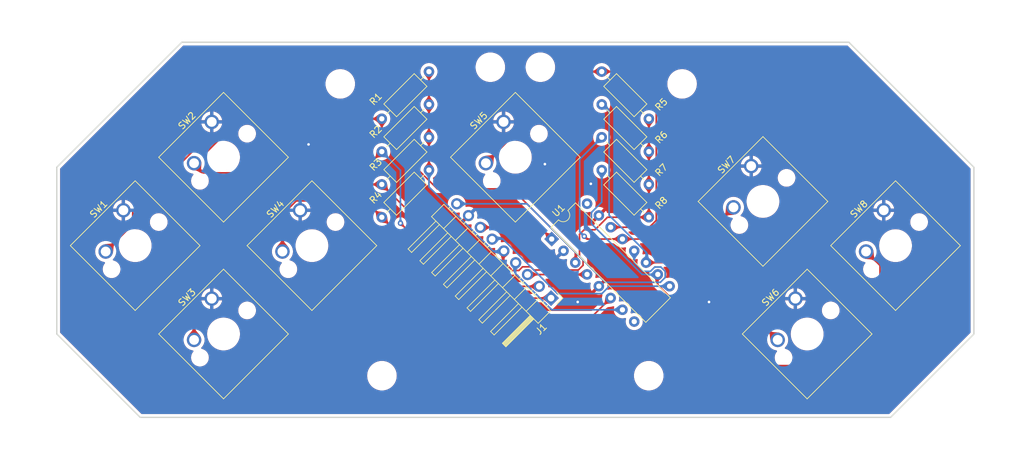
<source format=kicad_pcb>
(kicad_pcb (version 20211014) (generator pcbnew)
  (layers (0 "F.Cu" signal) (31 "B.Cu" signal) (34 "B.Paste" user) (35 "F.Paste" user) (36 "B.SilkS" user "B.Silkscreen") (37 "F.SilkS" user "F.Silkscreen") (38 "B.Mask" user) (39 "F.Mask" user) (44 "Edge.Cuts" user))
  (net 0 "")
  (net 1 "Net-(J1-Pad1)")
  (net 2 "Net-(J1-Pad2)")
  (net 3 "Net-(J1-Pad3)")
  (net 4 "Net-(J1-Pad4)")
  (net 5 "VCC")
  (net 6 "Net-(J1-Pad6)")
  (net 7 "Net-(J1-Pad7)")
  (net 8 "GND")
  (net 9 "Net-(J1-Pad9)")
  (net 10 "Net-(R1-Pad1)")
  (net 11 "Net-(R4-Pad1)")
  (net 12 "Net-(R5-Pad1)")
  (net 13 "Net-(R6-Pad1)")
  (net 14 "Net-(R7-Pad1)")
  (net 15 "Net-(R8-Pad1)")
  (footprint "Button_Switch_Keyboard:SW_Cherry_MX_1.00u_PCB" (layer "F.Cu") (at 88.793049 102.028446 45)
    (fp_text reference "SW1")
    (fp_text value "SW_LEFT")
  )
  (footprint "MountingHole:MountingHole_3.5mm" (layer "F.Cu") (at 168.8211 127.2286)
    (fp_text reference "REF**" hide)
    (fp_text value "MountingHole_3.5mm" hide)
  )
  (footprint "Resistor_THT:R_Axial_DIN0207_L6.3mm_D2.5mm_P10.16mm_Horizontal" (layer "F.Cu") (at 128.157898 98.092103 45)
    (fp_text reference "R3")
    (fp_text value "R")
  )
  (footprint "Button_Switch_Keyboard:SW_Cherry_MX_1.00u_PCB" (layer "F.Cu") (at 204.617049 102.028446 45)
    (fp_text reference "SW8")
    (fp_text value "SW_B")
  )
  (footprint "Resistor_THT:R_Axial_DIN0207_L6.3mm_D2.5mm_P10.16mm_Horizontal" (layer "F.Cu") (at 161.657898 80.907898 -45)
    (fp_text reference "R5")
    (fp_text value "R")
  )
  (footprint "Button_Switch_Keyboard:SW_Cherry_MX_1.00u_PCB" (layer "F.Cu") (at 146.705049 88.56645 45)
    (fp_text reference "SW5")
    (fp_text value "SW_START")
  )
  (footprint "Button_Switch_Keyboard:SW_Cherry_MX_1.00u_PCB" (layer "F.Cu") (at 102.255049 88.566446 45)
    (fp_text reference "SW2")
    (fp_text value "SW_UP")
  )
  (footprint "Button_Switch_Keyboard:SW_Cherry_MX_1.00u_PCB" (layer "F.Cu") (at 191.155049 115.490446 45)
    (fp_text reference "SW6")
    (fp_text value "SW_A")
  )
  (footprint "MountingHole:MountingHole_3.5mm" (layer "F.Cu") (at 128.1811 127.2286)
    (fp_text reference "REF**" hide)
    (fp_text value "MountingHole_3.5mm" hide)
  )
  (footprint "MountingHole:MountingHole_3.5mm" (layer "F.Cu") (at 152.3111 80.2386)
    (fp_text reference "REF**" hide)
    (fp_text value "MountingHole_3.5mm" hide)
  )
  (footprint "Button_Switch_Keyboard:SW_Cherry_MX_1.00u_PCB" (layer "F.Cu") (at 184.424049 95.297446 45)
    (fp_text reference "SW7")
    (fp_text value "SW_C")
  )
  (footprint "Resistor_THT:R_Axial_DIN0207_L6.3mm_D2.5mm_P10.16mm_Horizontal" (layer "F.Cu") (at 161.657898 95.907898 -45)
    (fp_text reference "R8")
    (fp_text value "R")
  )
  (footprint "MountingHole:MountingHole_3.5mm" (layer "F.Cu") (at 121.8311 82.7786)
    (fp_text reference "REF**" hide)
    (fp_text value "MountingHole_3.5mm" hide)
  )
  (footprint "Resistor_THT:R_Axial_DIN0207_L6.3mm_D2.5mm_P10.16mm_Horizontal" (layer "F.Cu") (at 128.157898 88.092103 45)
    (fp_text reference "R1")
    (fp_text value "R")
  )
  (footprint "Resistor_THT:R_Axial_DIN0207_L6.3mm_D2.5mm_P10.16mm_Horizontal" (layer "F.Cu") (at 128.157898 103.092103 45)
    (fp_text reference "R4")
    (fp_text value "R")
  )
  (footprint "Resistor_THT:R_Axial_DIN0207_L6.3mm_D2.5mm_P10.16mm_Horizontal" (layer "F.Cu") (at 161.657898 85.907898 -45)
    (fp_text reference "R6")
    (fp_text value "R")
  )
  (footprint "Resistor_THT:R_Axial_DIN0207_L6.3mm_D2.5mm_P10.16mm_Horizontal" (layer "F.Cu") (at 161.657898 90.907898 -45)
    (fp_text reference "R7")
    (fp_text value "R")
  )
  (footprint "Connector_PinHeader_2.54mm:PinHeader_1x09_P2.54mm_Horizontal" (layer "F.Cu") (at 153.938941 115.411791 -135)
    (fp_text reference "J1")
    (fp_text value "Conn_01x09")
  )
  (footprint "Package_DIP:DIP-16_W7.62mm" (layer "F.Cu") (at 154.037422 106.411434 45)
    (fp_text reference "U1")
    (fp_text value "74LS157")
  )
  (footprint "Button_Switch_Keyboard:SW_Cherry_MX_1.00u_PCB" (layer "F.Cu") (at 102.255049 115.490446 45)
    (fp_text reference "SW3")
    (fp_text value "SW_DOWN")
  )
  (footprint "MountingHole:MountingHole_3.5mm" (layer "F.Cu") (at 173.9011 82.7786)
    (fp_text reference "REF**" hide)
    (fp_text value "MountingHole_3.5mm" hide)
  )
  (footprint "MountingHole:MountingHole_3.5mm" (layer "F.Cu") (at 144.6911 80.2386)
    (fp_text reference "REF**" hide)
    (fp_text value "MountingHole_3.5mm" hide)
  )
  (footprint "Resistor_THT:R_Axial_DIN0207_L6.3mm_D2.5mm_P10.16mm_Horizontal" (layer "F.Cu") (at 128.157898 93.092103 45)
    (fp_text reference "R2")
    (fp_text value "R")
  )
  (footprint "Button_Switch_Keyboard:SW_Cherry_MX_1.00u_PCB" (layer "F.Cu") (at 115.717049 102.02845 45)
    (fp_text reference "SW4")
    (fp_text value "SW_RIGHT")
  )
  (gr_line (start 78.6511 95.4786) (end 78.6511 120.8786) (layer "Edge.Cuts") (width 0.2))
  (gr_line (start 97.7011 76.4286) (end 199.3011 76.4286) (layer "Edge.Cuts") (width 0.2))
  (gr_line (start 218.3511 95.4786) (end 218.3511 120.8786) (layer "Edge.Cuts") (width 0.2))
  (gr_line (start 218.3511 120.8786) (end 205.6511 133.5786) (layer "Edge.Cuts") (width 0.2))
  (gr_line (start 205.6511 133.5786) (end 91.3511 133.5786) (layer "Edge.Cuts") (width 0.2))
  (gr_line (start 199.3011 76.4286) (end 218.3511 95.4786) (layer "Edge.Cuts") (width 0.2))
  (gr_line (start 91.3511 133.5786) (end 78.6511 120.8786) (layer "Edge.Cuts") (width 0.2))
  (gr_line (start 97.7011 76.4286) (end 78.6511 95.4786) (layer "Edge.Cuts") (width 0.2))
  (segment (start 142.411791 115.411791) (end 131 104) (width 0.25) (layer "F.Cu") (net 1))
  (segment (start 124.9204 96.329601) (end 101.037948 96.329601) (width 0.25) (layer "F.Cu") (net 1))
  (segment (start 128.157898 93.092103) (end 124.9204 96.329601) (width 0.25) (layer "F.Cu") (net 1))
  (segment (start 153.938941 115.411791) (end 142.411791 115.411791) (width 0.25) (layer "F.Cu") (net 1))
  (segment (start 101.037948 96.329601) (end 99.560972 94.852625) (width 0.25) (layer "F.Cu") (net 1))
  (via (at 131 104) (size 0.8) (drill 0.4) (layers "F.Cu" "B.Cu") (net 1))
  (segment (start 131 95.934205) (end 128.157898 93.092103) (width 0.25) (layer "B.Cu") (net 1))
  (segment (start 131 104) (end 131 95.934205) (width 0.25) (layer "B.Cu") (net 1))
  (segment (start 128.157898 98.092103) (end 112.907897 98.092103) (width 0.25) (layer "F.Cu") (net 2))
  (segment (start 128.157898 98.092103) (end 143.681535 113.61574) (width 0.25) (layer "F.Cu") (net 2))
  (segment (start 143.681535 113.61574) (end 152.14289 113.61574) (width 0.25) (layer "F.Cu") (net 2))
  (segment (start 99.560972 111.439028) (end 99.560972 121.776625) (width 0.25) (layer "F.Cu") (net 2))
  (segment (start 112.907897 98.092103) (end 99.560972 111.439028) (width 0.25) (layer "F.Cu") (net 2))
  (segment (start 150.346839 111.819689) (end 159.405475 111.819689) (width 0.25) (layer "F.Cu") (net 3))
  (segment (start 159.405475 111.819689) (end 159.425576 111.799588) (width 0.25) (layer "F.Cu") (net 3))
  (segment (start 148.550787 111.685338) (end 148.550787 110.023637) (width 0.25) (layer "B.Cu") (net 4))
  (segment (start 154.05319 117.187741) (end 148.550787 111.685338) (width 0.25) (layer "B.Cu") (net 4))
  (segment (start 164.813729 117.187741) (end 154.05319 117.187741) (width 0.25) (layer "B.Cu") (net 4))
  (segment (start 168.842103 98.092103) (end 168.842103 103.092103) (width 0.25) (layer "F.Cu") (net 5))
  (segment (start 149.037488 111.198637) (end 148.064086 111.198637) (width 0.25) (layer "F.Cu") (net 5))
  (segment (start 168.842103 93.092103) (end 168.842103 98.092103) (width 0.25) (layer "F.Cu") (net 5))
  (segment (start 149.591436 110.644689) (end 149.037488 111.198637) (width 0.25) (layer "F.Cu") (net 5))
  (segment (start 162.539847 103.092103) (end 160.63195 105) (width 0.25) (layer "F.Cu") (net 5))
  (segment (start 158.275 109.058022) (end 158.817086 109.600108) (width 0.25) (layer "F.Cu") (net 5))
  (segment (start 148.064086 111.198637) (end 146.754736 109.889287) (width 0.25) (layer "F.Cu") (net 5))
  (segment (start 158.974695 105) (end 158.275 105.699695) (width 0.25) (layer "F.Cu") (net 5))
  (segment (start 135.342103 90.907898) (end 135.342103 95.907898) (width 0.25) (layer "F.Cu") (net 5))
  (segment (start 135.342103 80.907898) (end 135.342103 85.907898) (width 0.25) (layer "F.Cu") (net 5))
  (segment (start 146.754736 109.889287) (end 146.754736 108.227586) (width 0.25) (layer "F.Cu") (net 5))
  (segment (start 168.842103 103.092103) (end 162.539847 103.092103) (width 0.25) (layer "F.Cu") (net 5))
  (segment (start 168.842103 88.092103) (end 168.842103 93.092103) (width 0.25) (layer "F.Cu") (net 5))
  (segment (start 158.275 105.699695) (end 158.275 109.058022) (width 0.25) (layer "F.Cu") (net 5))
  (segment (start 151.317387 111.128536) (end 150.83354 110.644689) (width 0.25) (layer "F.Cu") (net 5))
  (segment (start 158.817086 109.600108) (end 158.817086 110.406965) (width 0.25) (layer "F.Cu") (net 5))
  (segment (start 158.095515 111.128536) (end 151.317387 111.128536) (width 0.25) (layer "F.Cu") (net 5))
  (segment (start 160.63195 105) (end 158.974695 105) (width 0.25) (layer "F.Cu") (net 5))
  (segment (start 158.817086 110.406965) (end 158.095515 111.128536) (width 0.25) (layer "F.Cu") (net 5))
  (segment (start 135.342103 85.907898) (end 135.342103 90.907898) (width 0.25) (layer "F.Cu") (net 5))
  (segment (start 150.83354 110.644689) (end 149.591436 110.644689) (width 0.25) (layer "F.Cu") (net 5))
  (segment (start 135.342103 98.476654) (end 145.093035 108.227586) (width 0.25) (layer "B.Cu") (net 5))
  (segment (start 145.093035 108.227586) (end 146.754736 108.227586) (width 0.25) (layer "B.Cu") (net 5))
  (segment (start 135.342103 95.907898) (end 135.342103 98.476654) (width 0.25) (layer "B.Cu") (net 5))
  (segment (start 161.687618 114.720639) (end 154.909491 114.720639) (width 0.25) (layer "B.Cu") (net 6))
  (segment (start 171.997934 113.595639) (end 162.812618 113.595639) (width 0.25) (layer "B.Cu") (net 6))
  (segment (start 146.620387 106.431535) (end 144.958685 106.431535) (width 0.25) (layer "B.Cu") (net 6))
  (segment (start 162.812618 113.595639) (end 161.687618 114.720639) (width 0.25) (layer "B.Cu") (net 6))
  (segment (start 154.909491 114.720639) (end 146.620387 106.431535) (width 0.25) (layer "B.Cu") (net 6))
  (segment (start 154.037422 106.411434) (end 152.261472 104.635484) (width 0.25) (layer "F.Cu") (net 7))
  (segment (start 152.261472 104.635484) (end 143.162634 104.635484) (width 0.25) (layer "F.Cu") (net 7))
  (via (at 158 116) (size 0.8) (drill 0.4) (layers "F.Cu" "B.Cu") (net 8))
  (via (at 160 98) (size 0.8) (drill 0.4) (layers "F.Cu" "B.Cu") (net 8))
  (via (at 178 116) (size 0.8) (drill 0.4) (layers "F.Cu" "B.Cu") (net 8))
  (via (at 117 92) (size 0.8) (drill 0.4) (layers "F.Cu" "B.Cu") (net 8))
  (via (at 153 95) (size 0.8) (drill 0.4) (layers "F.Cu" "B.Cu") (net 8))
  (segment (start 167.969993 111.333597) (end 169.076883 111.333597) (width 0.25) (layer "B.Cu") (net 9))
  (segment (start 170.667874 110.674588) (end 171.326883 111.333597) (width 0.25) (layer "B.Cu") (net 9))
  (segment (start 169.735892 110.674588) (end 170.667874 110.674588) (width 0.25) (layer "B.Cu") (net 9))
  (segment (start 150.26036 101.043381) (end 139.570531 101.043381) (width 0.25) (layer "B.Cu") (net 9))
  (segment (start 171.326883 112.265579) (end 170.592462 113) (width 0.25) (layer "B.Cu") (net 9))
  (segment (start 162.216979 113) (end 150.26036 101.043381) (width 0.25) (layer "B.Cu") (net 9))
  (segment (start 166.609781 109.973385) (end 167.969993 111.333597) (width 0.25) (layer "B.Cu") (net 9))
  (segment (start 166.609781 108.207485) (end 166.609781 109.973385) (width 0.25) (layer "B.Cu") (net 9))
  (segment (start 170.592462 113) (end 162.216979 113) (width 0.25) (layer "B.Cu") (net 9))
  (segment (start 171.326883 111.333597) (end 171.326883 112.265579) (width 0.25) (layer "B.Cu") (net 9))
  (segment (start 169.076883 111.333597) (end 169.735892 110.674588) (width 0.25) (layer "B.Cu") (net 9))
  (segment (start 157.629524 110.003536) (end 157.629524 108.412544) (width 0.25) (layer "F.Cu") (net 10))
  (segment (start 106.554838 88.092103) (end 101.676099 92.970842) (width 0.25) (layer "F.Cu") (net 10))
  (segment (start 101.676099 92.970842) (end 99.4275 92.970842) (width 0.25) (layer "F.Cu") (net 10))
  (segment (start 157.629524 108.412544) (end 147.988687 98.771707) (width 0.25) (layer "F.Cu") (net 10))
  (segment (start 136.614921 98.771707) (end 128.157898 90.314684) (width 0.25) (layer "F.Cu") (net 10))
  (segment (start 99.4275 92.970842) (end 90.218049 102.180293) (width 0.25) (layer "F.Cu") (net 10))
  (segment (start 90.218049 104.195548) (end 86.098972 108.314625) (width 0.25) (layer "F.Cu") (net 10))
  (segment (start 128.157898 90.314684) (end 128.157898 88.092103) (width 0.25) (layer "F.Cu") (net 10))
  (segment (start 147.988687 98.771707) (end 136.614921 98.771707) (width 0.25) (layer "F.Cu") (net 10))
  (segment (start 90.218049 102.180293) (end 90.218049 104.195548) (width 0.25) (layer "F.Cu") (net 10))
  (segment (start 128.157898 88.092103) (end 106.554838 88.092103) (width 0.25) (layer "F.Cu") (net 10))
  (segment (start 160.409368 118) (end 163.017678 115.39169) (width 0.25) (layer "F.Cu") (net 11))
  (segment (start 113.022972 102.707272) (end 113.022972 108.314629) (width 0.25) (layer "F.Cu") (net 11))
  (segment (start 128.157898 103.092103) (end 143.065795 118) (width 0.25) (layer "F.Cu") (net 11))
  (segment (start 115.126794 100.60345) (end 113.022972 102.707272) (width 0.25) (layer "F.Cu") (net 11))
  (segment (start 143.065795 118) (end 160.409368 118) (width 0.25) (layer "F.Cu") (net 11))
  (segment (start 125.669245 100.60345) (end 115.126794 100.60345) (width 0.25) (layer "F.Cu") (net 11))
  (segment (start 128.157898 103.092103) (end 125.669245 100.60345) (width 0.25) (layer "F.Cu") (net 11))
  (segment (start 157.955703 80.907898) (end 144.010972 94.852629) (width 0.25) (layer "F.Cu") (net 12))
  (segment (start 169.967103 86.967103) (end 163.907898 80.907898) (width 0.25) (layer "F.Cu") (net 12))
  (segment (start 169.967103 103.558094) (end 169.967103 86.967103) (width 0.25) (layer "F.Cu") (net 12))
  (segment (start 163.017678 104.615383) (end 168.909814 104.615383) (width 0.25) (layer "F.Cu") (net 12))
  (segment (start 168.909814 104.615383) (end 169.967103 103.558094) (width 0.25) (layer "F.Cu") (net 12))
  (segment (start 161.657898 80.907898) (end 157.955703 80.907898) (width 0.25) (layer "F.Cu") (net 12))
  (segment (start 163.907898 80.907898) (end 161.657898 80.907898) (width 0.25) (layer "F.Cu") (net 12))
  (segment (start 176.687883 110.003536) (end 168.405832 110.003536) (width 0.25) (layer "F.Cu") (net 13))
  (segment (start 188.460972 121.776625) (end 176.687883 110.003536) (width 0.25) (layer "F.Cu") (net 13))
  (segment (start 162.782898 87.032898) (end 162.782898 102.789612) (width 0.25) (layer "B.Cu") (net 13))
  (segment (start 161.657898 85.907898) (end 162.782898 87.032898) (width 0.25) (layer "B.Cu") (net 13))
  (segment (start 162.782898 102.789612) (end 168.405832 108.412546) (width 0.25) (layer "B.Cu") (net 13))
  (segment (start 168.405832 108.412546) (end 168.405832 110.003536) (width 0.25) (layer "B.Cu") (net 13))
  (segment (start 176.902163 106.411434) (end 181.729972 101.583625) (width 0.25) (layer "F.Cu") (net 14))
  (segment (start 159 106) (end 159.411434 106.411434) (width 0.25) (layer "F.Cu") (net 14))
  (segment (start 164.813729 106.411434) (end 176.902163 106.411434) (width 0.25) (layer "F.Cu") (net 14))
  (segment (start 159.411434 106.411434) (end 164.813729 106.411434) (width 0.25) (layer "F.Cu") (net 14))
  (via (at 159 106) (size 0.8) (drill 0.4) (layers "F.Cu" "B.Cu") (net 14))
  (segment (start 161.657898 90.907898) (end 158.300576 94.26522) (width 0.25) (layer "B.Cu") (net 14))
  (segment (start 158.300576 94.26522) (end 158.300576 105.300576) (width 0.25) (layer "B.Cu") (net 14))
  (segment (start 158.300576 105.300576) (end 159 106) (width 0.25) (layer "B.Cu") (net 14))
  (segment (start 170.201883 111.799588) (end 170.201883 113.390579) (width 0.25) (layer "F.Cu") (net 15))
  (segment (start 204.045999 110.437652) (end 201.922972 108.314625) (width 0.25) (layer "F.Cu") (net 15))
  (segment (start 170.201883 113.390579) (end 182.507007 125.695703) (width 0.25) (layer "F.Cu") (net 15))
  (segment (start 182.507007 125.695703) (end 192.304297 125.695703) (width 0.25) (layer "F.Cu") (net 15))
  (segment (start 192.304297 125.695703) (end 204.045999 113.954001) (width 0.25) (layer "F.Cu") (net 15))
  (segment (start 204.045999 113.954001) (end 204.045999 110.437652) (width 0.25) (layer "F.Cu") (net 15))
  (segment (start 160.096627 102.353341) (end 160.096627 104.096627) (width 0.25) (layer "B.Cu") (net 15))
  (segment (start 160.096627 104.096627) (end 167.799588 111.799588) (width 0.25) (layer "B.Cu") (net 15))
  (segment (start 167.799588 111.799588) (end 170.201883 111.799588) (width 0.25) (layer "B.Cu") (net 15))
  (segment (start 161.657898 95.907898) (end 161.657898 100.79207) (width 0.25) (layer "B.Cu") (net 15))
  (segment (start 161.657898 100.79207) (end 160.096627 102.353341) (width 0.25) (layer "B.Cu") (net 15))
  (zone (net 15) (net_name "Net-(R8-Pad1)") (layer "F.Cu") (priority 16962) (connect_pads yes (clearance 0)) (min_thickness 0.0254) (fill yes (thermal_gap 0.508) (thermal_bridge_width 0.508))
    (polygon (pts (xy 170.296641 113.308561) (xy 170.194076 113.176955) (xy 170.15842 113.059145) (xy 170.178337 112.951255) (xy 170.242497 112.849412) (xy 170.339565 112.749738) (xy 170.458208 112.64836) (xy 170.587095 112.541402) (xy 170.714891 112.42499) (xy 170.830265 112.295247) (xy 170.921883 112.148299) (xy 170.201883 111.399588) (xy 169.636198 112.365273) (xy 169.730488 112.477382) (xy 169.791095 112.586356) (xy 169.826824 112.69336) (xy 169.846477 112.799564) (xy 169.85886 112.906133) (xy 169.872776 113.014237) (xy 169.897031 113.125041) (xy 169.940428 113.239714) (xy 170.011771 113.359424) (xy 170.119865 113.485337)))
  )
  (zone (net 5) (net_name "VCC") (layer "F.Cu") (priority 16962) (connect_pads yes (clearance 0)) (min_thickness 0.0254) (fill yes (thermal_gap 0.508) (thermal_bridge_width 0.508))
    (polygon (pts (xy 135.467103 87.497898) (xy 135.476622 87.310636) (xy 135.503595 87.156929) (xy 135.545641 87.029453) (xy 135.600381 86.920889) (xy 135.665434 86.823913) (xy 135.73842 86.731204) (xy 135.81696 86.635441) (xy 135.898674 86.529302) (xy 135.981181 86.405465) (xy 136.062103 86.256609) (xy 135.342103 85.507898) (xy 134.622103 86.256609) (xy 134.703024 86.405465) (xy 134.785531 86.529302) (xy 134.867245 86.635441) (xy 134.945785 86.731204) (xy 135.018771 86.823913) (xy 135.083824 86.920889) (xy 135.138564 87.029453) (xy 135.18061 87.156929) (xy 135.207583 87.310636) (xy 135.217103 87.497898)))
  )
  (zone (net 1) (net_name "Net-(J1-Pad1)") (layer "F.Cu") (priority 16962) (connect_pads yes (clearance 0)) (min_thickness 0.0254) (fill yes (thermal_gap 0.508) (thermal_bridge_width 0.508))
    (polygon (pts (xy 152.248941 115.536791) (xy 152.448339 115.547093) (xy 152.611813 115.576264) (xy 152.747214 115.621705) (xy 152.862392 115.680812) (xy 152.965199 115.750986) (xy 153.063485 115.829623) (xy 153.1651 115.914124) (xy 153.277897 116.001886) (xy 153.409724 116.090309) (xy 153.568435 116.176791) (xy 154.363941 115.411791) (xy 153.568435 114.646791) (xy 153.409724 114.733272) (xy 153.277897 114.821695) (xy 153.1651 114.909457) (xy 153.063485 114.993958) (xy 152.965199 115.072595) (xy 152.862392 115.142769) (xy 152.747214 115.201876) (xy 152.611813 115.247317) (xy 152.448339 115.276488) (xy 152.248941 115.286791)))
  )
  (zone (net 14) (net_name "Net-(R7-Pad1)") (layer "F.Cu") (priority 16962) (connect_pads yes (clearance 0)) (min_thickness 0.0254) (fill yes (thermal_gap 0.508) (thermal_bridge_width 0.508))
    (polygon (pts (xy 163.223729 106.536434) (xy 163.41099 106.545953) (xy 163.564697 106.572926) (xy 163.692173 106.614972) (xy 163.800737 106.669712) (xy 163.897713 106.734765) (xy 163.990422 106.807751) (xy 164.086185 106.886291) (xy 164.192324 106.968005) (xy 164.316161 107.050512) (xy 164.465018 107.131434) (xy 165.213729 106.411434) (xy 164.465018 105.691434) (xy 164.316161 105.772355) (xy 164.192324 105.854862) (xy 164.086185 105.936576) (xy 163.990422 106.015116) (xy 163.897713 106.088102) (xy 163.800737 106.153155) (xy 163.692173 106.207895) (xy 163.564697 106.249941) (xy 163.41099 106.276914) (xy 163.223729 106.286434)))
  )
  (zone (net 3) (net_name "Net-(J1-Pad3)") (layer "F.Cu") (priority 16962) (connect_pads yes (clearance 0)) (min_thickness 0.0254) (fill yes (thermal_gap 0.508) (thermal_bridge_width 0.508))
    (polygon (pts (xy 152.036839 111.694689) (xy 151.83744 111.684386) (xy 151.673966 111.655215) (xy 151.538565 111.609774) (xy 151.423387 111.550667) (xy 151.32058 111.480493) (xy 151.222294 111.401856) (xy 151.120679 111.317355) (xy 151.007882 111.229593) (xy 150.876055 111.14117) (xy 150.717345 111.054689) (xy 149.921839 111.819689) (xy 150.717345 112.584689) (xy 150.876055 112.498207) (xy 151.007882 112.409784) (xy 151.120679 112.322022) (xy 151.222294 112.237521) (xy 151.32058 112.158884) (xy 151.423387 112.08871) (xy 151.538565 112.029603) (xy 151.673966 111.984162) (xy 151.83744 111.954991) (xy 152.036839 111.944689)))
  )
  (zone (net 12) (net_name "Net-(R5-Pad1)") (layer "F.Cu") (priority 16962) (connect_pads yes (clearance 0)) (min_thickness 0.0254) (fill yes (thermal_gap 0.508) (thermal_bridge_width 0.508))
    (polygon (pts (xy 163.247898 80.782898) (xy 163.060636 80.773378) (xy 162.906929 80.746405) (xy 162.779453 80.704359) (xy 162.670889 80.649619) (xy 162.573913 80.584566) (xy 162.481204 80.51158) (xy 162.385441 80.43304) (xy 162.279302 80.351326) (xy 162.155465 80.268819) (xy 162.006609 80.187898) (xy 161.257898 80.907898) (xy 162.006609 81.627898) (xy 162.155465 81.546976) (xy 162.279302 81.464469) (xy 162.385441 81.382755) (xy 162.481204 81.304215) (xy 162.573913 81.231229) (xy 162.670889 81.166176) (xy 162.779453 81.111436) (xy 162.906929 81.06939) (xy 163.060636 81.042417) (xy 163.247898 81.032898)))
  )
  (zone (net 5) (net_name "VCC") (layer "F.Cu") (priority 16962) (connect_pads yes (clearance 0)) (min_thickness 0.0254) (fill yes (thermal_gap 0.508) (thermal_bridge_width 0.508))
    (polygon (pts (xy 168.717103 96.502103) (xy 168.707583 96.689364) (xy 168.68061 96.843071) (xy 168.638564 96.970547) (xy 168.583824 97.079111) (xy 168.518771 97.176087) (xy 168.445785 97.268796) (xy 168.367245 97.364559) (xy 168.285531 97.470698) (xy 168.203024 97.594535) (xy 168.122103 97.743392) (xy 168.842103 98.492103) (xy 169.562103 97.743392) (xy 169.481181 97.594535) (xy 169.398674 97.470698) (xy 169.31696 97.364559) (xy 169.23842 97.268796) (xy 169.165434 97.176087) (xy 169.100381 97.079111) (xy 169.045641 96.970547) (xy 169.003595 96.843071) (xy 168.976622 96.689364) (xy 168.967103 96.502103)))
  )
  (zone (net 12) (net_name "Net-(R5-Pad1)") (layer "F.Cu") (priority 16962) (connect_pads yes (clearance 0)) (min_thickness 0.0254) (fill yes (thermal_gap 0.508) (thermal_bridge_width 0.508))
    (polygon (pts (xy 145.471147 93.215678) (xy 145.277161 93.389562) (xy 145.098618 93.511301) (xy 144.930714 93.590941) (xy 144.76865 93.638528) (xy 144.607622 93.664109) (xy 144.442829 93.67773) (xy 144.26947 93.689438) (xy 144.082744 93.70928) (xy 143.877847 93.747302) (xy 143.64998 93.813551) (xy 143.622064 95.241537) (xy 145.05005 95.213621) (xy 145.116298 94.985753) (xy 145.15432 94.780856) (xy 145.174162 94.59413) (xy 145.18587 94.420771) (xy 145.199491 94.255978) (xy 145.225072 94.09495) (xy 145.272659 93.932886) (xy 145.352299 93.764982) (xy 145.474038 93.586439) (xy 145.647923 93.392454)))
  )
  (zone (net 11) (net_name "Net-(R4-Pad1)") (layer "F.Cu") (priority 16962) (connect_pads yes (clearance 0)) (min_thickness 0.0254) (fill yes (thermal_gap 0.508) (thermal_bridge_width 0.508))
    (polygon (pts (xy 161.981767 116.604377) (xy 162.120912 116.478694) (xy 162.248672 116.38908) (xy 162.368542 116.328672) (xy 162.484015 116.290612) (xy 162.598586 116.268039) (xy 162.71575 116.254094) (xy 162.839001 116.241915) (xy 162.971833 116.224644) (xy 163.11774 116.19542) (xy 163.280218 116.147383) (xy 163.30052 115.108848) (xy 162.261985 115.12915) (xy 162.213947 115.291627) (xy 162.184723 115.437534) (xy 162.167452 115.570366) (xy 162.155273 115.693617) (xy 162.141328 115.810781) (xy 162.118755 115.925352) (xy 162.080695 116.040825) (xy 162.020287 116.160695) (xy 161.930673 116.288455) (xy 161.804991 116.427601)))
  )
  (zone (net 12) (net_name "Net-(R5-Pad1)") (layer "F.Cu") (priority 16962) (connect_pads yes (clearance 0)) (min_thickness 0.0254) (fill yes (thermal_gap 0.508) (thermal_bridge_width 0.508))
    (polygon (pts (xy 164.607678 104.490383) (xy 164.420416 104.480863) (xy 164.266709 104.45389) (xy 164.139233 104.411844) (xy 164.030669 104.357104) (xy 163.933693 104.292051) (xy 163.840984 104.219065) (xy 163.745221 104.140525) (xy 163.639082 104.058811) (xy 163.515245 103.976304) (xy 163.366389 103.895383) (xy 162.617678 104.615383) (xy 163.366389 105.335383) (xy 163.515245 105.254461) (xy 163.639082 105.171954) (xy 163.745221 105.09024) (xy 163.840984 105.0117) (xy 163.933693 104.938714) (xy 164.030669 104.873661) (xy 164.139233 104.818921) (xy 164.266709 104.776875) (xy 164.420416 104.749902) (xy 164.607678 104.740383)))
  )
  (zone (net 5) (net_name "VCC") (layer "F.Cu") (priority 16962) (connect_pads yes (clearance 0)) (min_thickness 0.0254) (fill yes (thermal_gap 0.508) (thermal_bridge_width 0.508))
    (polygon (pts (xy 135.217103 89.317898) (xy 135.207583 89.505159) (xy 135.18061 89.658866) (xy 135.138564 89.786342) (xy 135.083824 89.894906) (xy 135.018771 89.991882) (xy 134.945785 90.084591) (xy 134.867245 90.180354) (xy 134.785531 90.286493) (xy 134.703024 90.41033) (xy 134.622103 90.559187) (xy 135.342103 91.307898) (xy 136.062103 90.559187) (xy 135.981181 90.41033) (xy 135.898674 90.286493) (xy 135.81696 90.180354) (xy 135.73842 90.084591) (xy 135.665434 89.991882) (xy 135.600381 89.894906) (xy 135.545641 89.786342) (xy 135.503595 89.658866) (xy 135.476622 89.505159) (xy 135.467103 89.317898)))
  )
  (zone (net 10) (net_name "Net-(R1-Pad1)") (layer "F.Cu") (priority 16962) (connect_pads yes (clearance 0)) (min_thickness 0.0254) (fill yes (thermal_gap 0.508) (thermal_bridge_width 0.508))
    (polygon (pts (xy 157.534767 108.494562) (xy 157.637331 108.626167) (xy 157.672988 108.743978) (xy 157.65307 108.851867) (xy 157.58891 108.953711) (xy 157.491842 109.053384) (xy 157.373198 109.154762) (xy 157.244312 109.26172) (xy 157.116515 109.378133) (xy 157.001141 109.507876) (xy 156.909524 109.654825) (xy 157.629524 110.403536) (xy 158.195209 109.437851) (xy 158.100918 109.325741) (xy 158.040311 109.216767) (xy 158.004582 109.109763) (xy 157.984929 109.003559) (xy 157.972546 108.89699) (xy 157.95863 108.788886) (xy 157.934375 108.678082) (xy 157.890978 108.563409) (xy 157.819635 108.443699) (xy 157.711542 108.317787)))
  )
  (zone (net 8) (net_name "GND") (layer "F.Cu") (connect_pads (clearance 0.508)) (min_thickness 0.254) (fill yes (thermal_gap 0.508) (thermal_bridge_width 0.508))
    (polygon (pts (xy 226 141) (xy 70 141) (xy 70 70) (xy 226 70)))
  )
  (zone (net 10) (net_name "Net-(R1-Pad1)") (layer "F.Cu") (priority 16962) (connect_pads yes (clearance 0)) (min_thickness 0.0254) (fill yes (thermal_gap 0.508) (thermal_bridge_width 0.508))
    (polygon (pts (xy 126.567898 88.217103) (xy 126.755159 88.226622) (xy 126.908866 88.253595) (xy 127.036342 88.295641) (xy 127.144906 88.350381) (xy 127.241882 88.415434) (xy 127.334591 88.48842) (xy 127.430354 88.56696) (xy 127.536493 88.648674) (xy 127.66033 88.731181) (xy 127.809187 88.812103) (xy 128.557898 88.092103) (xy 127.809187 87.372103) (xy 127.66033 87.453024) (xy 127.536493 87.535531) (xy 127.430354 87.617245) (xy 127.334591 87.695785) (xy 127.241882 87.768771) (xy 127.144906 87.833824) (xy 127.036342 87.888564) (xy 126.908866 87.93061) (xy 126.755159 87.957583) (xy 126.567898 87.967103)))
  )
  (zone (net 5) (net_name "VCC") (layer "F.Cu") (priority 16962) (connect_pads yes (clearance 0)) (min_thickness 0.0254) (fill yes (thermal_gap 0.508) (thermal_bridge_width 0.508))
    (polygon (pts (xy 135.467103 82.497898) (xy 135.476622 82.310636) (xy 135.503595 82.156929) (xy 135.545641 82.029453) (xy 135.600381 81.920889) (xy 135.665434 81.823913) (xy 135.73842 81.731204) (xy 135.81696 81.635441) (xy 135.898674 81.529302) (xy 135.981181 81.405465) (xy 136.062103 81.256609) (xy 135.342103 80.507898) (xy 134.622103 81.256609) (xy 134.703024 81.405465) (xy 134.785531 81.529302) (xy 134.867245 81.635441) (xy 134.945785 81.731204) (xy 135.018771 81.823913) (xy 135.083824 81.920889) (xy 135.138564 82.029453) (xy 135.18061 82.156929) (xy 135.207583 82.310636) (xy 135.217103 82.497898)))
  )
  (zone (net 15) (net_name "Net-(R8-Pad1)") (layer "F.Cu") (priority 16962) (connect_pads yes (clearance 0)) (min_thickness 0.0254) (fill yes (thermal_gap 0.508) (thermal_bridge_width 0.508))
    (polygon (pts (xy 203.559923 109.7748) (xy 203.386038 109.580814) (xy 203.264299 109.402271) (xy 203.184659 109.234367) (xy 203.137072 109.072303) (xy 203.111491 108.911275) (xy 203.09787 108.746482) (xy 203.086162 108.573123) (xy 203.06632 108.386397) (xy 203.028298 108.1815) (xy 202.96205 107.953633) (xy 201.534064 107.925717) (xy 201.56198 109.353703) (xy 201.789847 109.419951) (xy 201.994744 109.457973) (xy 202.18147 109.477815) (xy 202.354829 109.489523) (xy 202.519622 109.503144) (xy 202.68065 109.528725) (xy 202.842714 109.576312) (xy 203.010618 109.655952) (xy 203.189161 109.777691) (xy 203.383147 109.951576)))
  )
  (zone (net 13) (net_name "Net-(R6-Pad1)") (layer "F.Cu") (priority 16962) (connect_pads yes (clearance 0)) (min_thickness 0.0254) (fill yes (thermal_gap 0.508) (thermal_bridge_width 0.508))
    (polygon (pts (xy 169.995832 109.878536) (xy 169.80857 109.869016) (xy 169.654863 109.842043) (xy 169.527387 109.799997) (xy 169.418823 109.745257) (xy 169.321847 109.680204) (xy 169.229138 109.607218) (xy 169.133375 109.528678) (xy 169.027236 109.446964) (xy 168.903399 109.364457) (xy 168.754543 109.283536) (xy 168.005832 110.003536) (xy 168.754543 110.723536) (xy 168.903399 110.642614) (xy 169.027236 110.560107) (xy 169.133375 110.478393) (xy 169.229138 110.399853) (xy 169.321847 110.326867) (xy 169.418823 110.261814) (xy 169.527387 110.207074) (xy 169.654863 110.165028) (xy 169.80857 110.138055) (xy 169.995832 110.128536)))
  )
  (zone (net 7) (net_name "Net-(J1-Pad7)") (layer "F.Cu") (priority 16962) (connect_pads yes (clearance 0)) (min_thickness 0.0254) (fill yes (thermal_gap 0.508) (thermal_bridge_width 0.508))
    (polygon (pts (xy 152.824735 105.375523) (xy 152.950417 105.514668) (xy 153.040031 105.642428) (xy 153.100439 105.762298) (xy 153.138499 105.877771) (xy 153.161072 105.992342) (xy 153.175017 106.109506) (xy 153.187196 106.232757) (xy 153.204467 106.365589) (xy 153.233691 106.511496) (xy 153.281729 106.673974) (xy 154.320264 106.694276) (xy 154.299962 105.655741) (xy 154.137484 105.607703) (xy 153.991577 105.578479) (xy 153.858745 105.561208) (xy 153.735494 105.549029) (xy 153.61833 105.535084) (xy 153.503759 105.512511) (xy 153.388286 105.474451) (xy 153.268416 105.414043) (xy 153.140656 105.324429) (xy 153.001511 105.198747)))
  )
  (zone (net 1) (net_name "Net-(J1-Pad1)") (layer "F.Cu") (priority 16962) (connect_pads yes (clearance 0)) (min_thickness 0.0254) (fill yes (thermal_gap 0.508) (thermal_bridge_width 0.508))
    (polygon (pts (xy 131.647002 104.470225) (xy 131.585346 104.403949) (xy 131.538415 104.343737) (xy 131.503583 104.287824) (xy 131.478222 104.234449) (xy 131.459706 104.181846) (xy 131.445407 104.128254) (xy 131.432699 104.07191) (xy 131.418953 104.01105) (xy 131.401545 103.943911) (xy 131.377846 103.86873) (xy 130.858579 103.858579) (xy 130.86873 104.377846) (xy 130.943911 104.401545) (xy 131.01105 104.418953) (xy 131.07191 104.432699) (xy 131.128254 104.445407) (xy 131.181846 104.459706) (xy 131.234449 104.478222) (xy 131.287824 104.503583) (xy 131.343737 104.538415) (xy 131.403949 104.585346) (xy 131.470225 104.647002)))
  )
  (zone (net 14) (net_name "Net-(R7-Pad1)") (layer "F.Cu") (priority 16962) (connect_pads yes (clearance 0)) (min_thickness 0.0254) (fill yes (thermal_gap 0.508) (thermal_bridge_width 0.508))
    (polygon (pts (xy 180.269797 103.220576) (xy 180.463782 103.046691) (xy 180.642325 102.924952) (xy 180.810229 102.845312) (xy 180.972293 102.797725) (xy 181.133321 102.772144) (xy 181.298114 102.758523) (xy 181.471473 102.746815) (xy 181.658199 102.726973) (xy 181.863096 102.688951) (xy 182.090964 102.622703) (xy 182.11888 101.194717) (xy 180.690894 101.222633) (xy 180.624645 101.4505) (xy 180.586623 101.655397) (xy 180.566781 101.842123) (xy 180.555073 102.015482) (xy 180.541452 102.180275) (xy 180.515871 102.341303) (xy 180.468284 102.503367) (xy 180.388644 102.671271) (xy 180.266905 102.849814) (xy 180.093021 103.0438)))
  )
  (zone (net 5) (net_name "VCC") (layer "F.Cu") (priority 16962) (connect_pads yes (clearance 0)) (min_thickness 0.0254) (fill yes (thermal_gap 0.508) (thermal_bridge_width 0.508))
    (polygon (pts (xy 135.217103 94.317898) (xy 135.207583 94.505159) (xy 135.18061 94.658866) (xy 135.138564 94.786342) (xy 135.083824 94.894906) (xy 135.018771 94.991882) (xy 134.945785 95.084591) (xy 134.867245 95.180354) (xy 134.785531 95.286493) (xy 134.703024 95.41033) (xy 134.622103 95.559187) (xy 135.342103 96.307898) (xy 136.062103 95.559187) (xy 135.981181 95.41033) (xy 135.898674 95.286493) (xy 135.81696 95.180354) (xy 135.73842 95.084591) (xy 135.665434 94.991882) (xy 135.600381 94.894906) (xy 135.545641 94.786342) (xy 135.503595 94.658866) (xy 135.476622 94.505159) (xy 135.467103 94.317898)))
  )
  (zone (net 5) (net_name "VCC") (layer "F.Cu") (priority 16962) (connect_pads yes (clearance 0)) (min_thickness 0.0254) (fill yes (thermal_gap 0.508) (thermal_bridge_width 0.508))
    (polygon (pts (xy 135.467103 92.497898) (xy 135.476622 92.310636) (xy 135.503595 92.156929) (xy 135.545641 92.029453) (xy 135.600381 91.920889) (xy 135.665434 91.823913) (xy 135.73842 91.731204) (xy 135.81696 91.635441) (xy 135.898674 91.529302) (xy 135.981181 91.405465) (xy 136.062103 91.256609) (xy 135.342103 90.507898) (xy 134.622103 91.256609) (xy 134.703024 91.405465) (xy 134.785531 91.529302) (xy 134.867245 91.635441) (xy 134.945785 91.731204) (xy 135.018771 91.823913) (xy 135.083824 91.920889) (xy 135.138564 92.029453) (xy 135.18061 92.156929) (xy 135.207583 92.310636) (xy 135.217103 92.497898)))
  )
  (zone (net 5) (net_name "VCC") (layer "F.Cu") (priority 16962) (connect_pads yes (clearance 0)) (min_thickness 0.0254) (fill yes (thermal_gap 0.508) (thermal_bridge_width 0.508))
    (polygon (pts (xy 135.217103 84.317898) (xy 135.207583 84.505159) (xy 135.18061 84.658866) (xy 135.138564 84.786342) (xy 135.083824 84.894906) (xy 135.018771 84.991882) (xy 134.945785 85.084591) (xy 134.867245 85.180354) (xy 134.785531 85.286493) (xy 134.703024 85.41033) (xy 134.622103 85.559187) (xy 135.342103 86.307898) (xy 136.062103 85.559187) (xy 135.981181 85.41033) (xy 135.898674 85.286493) (xy 135.81696 85.180354) (xy 135.73842 85.084591) (xy 135.665434 84.991882) (xy 135.600381 84.894906) (xy 135.545641 84.786342) (xy 135.503595 84.658866) (xy 135.476622 84.505159) (xy 135.467103 84.317898)))
  )
  (zone (net 1) (net_name "Net-(J1-Pad1)") (layer "F.Cu") (priority 16962) (connect_pads yes (clearance 0)) (min_thickness 0.0254) (fill yes (thermal_gap 0.508) (thermal_bridge_width 0.508))
    (polygon (pts (xy 127.121987 94.30479) (xy 127.261132 94.179107) (xy 127.388892 94.089493) (xy 127.508762 94.029085) (xy 127.624235 93.991025) (xy 127.738806 93.968452) (xy 127.85597 93.954507) (xy 127.979221 93.942328) (xy 128.112053 93.925057) (xy 128.25796 93.895833) (xy 128.420438 93.847796) (xy 128.44074 92.809261) (xy 127.402205 92.829563) (xy 127.354167 92.99204) (xy 127.324943 93.137947) (xy 127.307672 93.270779) (xy 127.295493 93.39403) (xy 127.281548 93.511194) (xy 127.258975 93.625765) (xy 127.220915 93.741238) (xy 127.160507 93.861108) (xy 127.070893 93.988868) (xy 126.945211 94.128014)))
  )
  (zone (net 5) (net_name "VCC") (layer "F.Cu") (priority 16962) (connect_pads yes (clearance 0)) (min_thickness 0.0254) (fill yes (thermal_gap 0.508) (thermal_bridge_width 0.508))
    (polygon (pts (xy 168.967103 89.682103) (xy 168.976622 89.494841) (xy 169.003595 89.341134) (xy 169.045641 89.213658) (xy 169.100381 89.105094) (xy 169.165434 89.008118) (xy 169.23842 88.915409) (xy 169.31696 88.819646) (xy 169.398674 88.713507) (xy 169.481181 88.58967) (xy 169.562103 88.440814) (xy 168.842103 87.692103) (xy 168.122103 88.440814) (xy 168.203024 88.58967) (xy 168.285531 88.713507) (xy 168.367245 88.819646) (xy 168.445785 88.915409) (xy 168.518771 89.008118) (xy 168.583824 89.105094) (xy 168.638564 89.213658) (xy 168.68061 89.341134) (xy 168.707583 89.494841) (xy 168.717103 89.682103)))
  )
  (zone (net 1) (net_name "Net-(J1-Pad1)") (layer "F.Cu") (priority 16962) (connect_pads yes (clearance 0)) (min_thickness 0.0254) (fill yes (thermal_gap 0.508) (thermal_bridge_width 0.508))
    (polygon (pts (xy 101.149188 96.204601) (xy 100.922323 96.176989) (xy 100.77184 96.098812) (xy 100.683423 95.977059) (xy 100.64276 95.818716) (xy 100.635536 95.630774) (xy 100.647439 95.420218) (xy 100.664156 95.194038) (xy 100.671372 94.959222) (xy 100.654774 94.722757) (xy 100.60005 94.491633) (xy 99.172064 94.463717) (xy 99.560972 95.952625) (xy 99.7625 95.96668) (xy 99.92992 96.00483) (xy 100.072462 96.061051) (xy 100.19936 96.12932) (xy 100.319844 96.203613) (xy 100.443148 96.277905) (xy 100.578502 96.346174) (xy 100.735138 96.402395) (xy 100.92229 96.440545) (xy 101.149188 96.454601)))
  )
  (zone (net 12) (net_name "Net-(R5-Pad1)") (layer "F.Cu") (priority 16962) (connect_pads yes (clearance 0)) (min_thickness 0.0254) (fill yes (thermal_gap 0.508) (thermal_bridge_width 0.508))
    (polygon (pts (xy 160.067898 81.032898) (xy 160.255159 81.042417) (xy 160.408866 81.06939) (xy 160.536342 81.111436) (xy 160.644906 81.166176) (xy 160.741882 81.231229) (xy 160.834591 81.304215) (xy 160.930354 81.382755) (xy 161.036493 81.464469) (xy 161.16033 81.546976) (xy 161.309187 81.627898) (xy 162.057898 80.907898) (xy 161.309187 80.187898) (xy 161.16033 80.268819) (xy 161.036493 80.351326) (xy 160.930354 80.43304) (xy 160.834591 80.51158) (xy 160.741882 80.584566) (xy 160.644906 80.649619) (xy 160.536342 80.704359) (xy 160.408866 80.746405) (xy 160.255159 80.773378) (xy 160.067898 80.782898)))
  )
  (zone (net 3) (net_name "Net-(J1-Pad3)") (layer "F.Cu") (priority 16962) (connect_pads yes (clearance 0)) (min_thickness 0.0254) (fill yes (thermal_gap 0.508) (thermal_bridge_width 0.508))
    (polygon (pts (xy 157.825475 111.944689) (xy 158.015644 111.954155) (xy 158.171941 111.980941) (xy 158.301801 112.022623) (xy 158.412658 112.076782) (xy 158.511946 112.140995) (xy 158.607099 112.21284) (xy 158.705553 112.289897) (xy 158.81474 112.369743) (xy 158.942097 112.449957) (xy 159.095057 112.528118) (xy 159.825449 111.789542) (xy 159.058892 111.088574) (xy 158.912094 111.173009) (xy 158.789862 111.258219) (xy 158.684939 111.341929) (xy 158.590067 111.421862) (xy 158.497988 111.495742) (xy 158.401445 111.561293) (xy 158.29318 111.61624) (xy 158.165935 111.658305) (xy 158.012452 111.685213) (xy 157.825475 111.694689)))
  )
  (zone (net 11) (net_name "Net-(R4-Pad1)") (layer "F.Cu") (priority 16962) (connect_pads yes (clearance 0)) (min_thickness 0.0254) (fill yes (thermal_gap 0.508) (thermal_bridge_width 0.508))
    (polygon (pts (xy 112.897972 106.124629) (xy 112.883758 106.384752) (xy 112.843591 106.597084) (xy 112.781179 106.772124) (xy 112.700231 106.92037) (xy 112.604456 107.052322) (xy 112.497561 107.17848) (xy 112.383257 107.309342) (xy 112.265251 107.455409) (xy 112.147253 107.627178) (xy 112.032972 107.835151) (xy 113.022972 108.864629) (xy 114.012972 107.835151) (xy 113.89869 107.627178) (xy 113.780692 107.455409) (xy 113.662686 107.309342) (xy 113.548382 107.17848) (xy 113.441487 107.052322) (xy 113.345712 106.92037) (xy 113.264764 106.772124) (xy 113.202352 106.597084) (xy 113.162185 106.384752) (xy 113.147972 106.124629)))
  )
  (zone (net 11) (net_name "Net-(R4-Pad1)") (layer "F.Cu") (priority 16962) (connect_pads yes (clearance 0)) (min_thickness 0.0254) (fill yes (thermal_gap 0.508) (thermal_bridge_width 0.508))
    (polygon (pts (xy 126.945211 102.056192) (xy 127.070893 102.195337) (xy 127.160507 102.323097) (xy 127.220915 102.442967) (xy 127.258975 102.55844) (xy 127.281548 102.673011) (xy 127.295493 102.790175) (xy 127.307672 102.913426) (xy 127.324943 103.046258) (xy 127.354167 103.192165) (xy 127.402205 103.354643) (xy 128.44074 103.374945) (xy 128.420438 102.33641) (xy 128.25796 102.288372) (xy 128.112053 102.259148) (xy 127.979221 102.241877) (xy 127.85597 102.229698) (xy 127.738806 102.215753) (xy 127.624235 102.19318) (xy 127.508762 102.15512) (xy 127.388892 102.094712) (xy 127.261132 102.005098) (xy 127.121987 101.879416)))
  )
  (zone (net 11) (net_name "Net-(R4-Pad1)") (layer "F.Cu") (priority 16962) (connect_pads yes (clearance 0)) (min_thickness 0.0254) (fill yes (thermal_gap 0.508) (thermal_bridge_width 0.508))
    (polygon (pts (xy 129.370585 104.128014) (xy 129.244902 103.988868) (xy 129.155288 103.861108) (xy 129.09488 103.741238) (xy 129.05682 103.625765) (xy 129.034247 103.511194) (xy 129.020302 103.39403) (xy 129.008123 103.270779) (xy 128.990852 103.137947) (xy 128.961628 102.99204) (xy 128.913591 102.829563) (xy 127.875056 102.809261) (xy 127.895358 103.847796) (xy 128.057835 103.895833) (xy 128.203742 103.925057) (xy 128.336574 103.942328) (xy 128.459825 103.954507) (xy 128.576989 103.968452) (xy 128.69156 103.991025) (xy 128.807033 104.029085) (xy 128.926903 104.089493) (xy 129.054663 104.179107) (xy 129.193809 104.30479)))
  )
  (zone (net 14) (net_name "Net-(R7-Pad1)") (layer "F.Cu") (priority 16962) (connect_pads yes (clearance 0)) (min_thickness 0.0254) (fill yes (thermal_gap 0.508) (thermal_bridge_width 0.508))
    (polygon (pts (xy 166.403729 106.286434) (xy 166.216467 106.276914) (xy 166.06276 106.249941) (xy 165.935284 106.207895) (xy 165.82672 106.153155) (xy 165.729744 106.088102) (xy 165.637035 106.015116) (xy 165.541272 105.936576) (xy 165.435133 105.854862) (xy 165.311296 105.772355) (xy 165.16244 105.691434) (xy 164.413729 106.411434) (xy 165.16244 107.131434) (xy 165.311296 107.050512) (xy 165.435133 106.968005) (xy 165.541272 106.886291) (xy 165.637035 106.807751) (xy 165.729744 106.734765) (xy 165.82672 106.669712) (xy 165.935284 106.614972) (xy 166.06276 106.572926) (xy 166.216467 106.545953) (xy 166.403729 106.536434)))
  )
  (zone (net 13) (net_name "Net-(R6-Pad1)") (layer "F.Cu") (priority 16962) (connect_pads yes (clearance 0)) (min_thickness 0.0254) (fill yes (thermal_gap 0.508) (thermal_bridge_width 0.508))
    (polygon (pts (xy 186.824021 120.31645) (xy 186.997905 120.510435) (xy 187.119644 120.688978) (xy 187.199284 120.856882) (xy 187.246871 121.018946) (xy 187.272452 121.179974) (xy 187.286073 121.344767) (xy 187.297781 121.518126) (xy 187.317623 121.704852) (xy 187.355645 121.909749) (xy 187.421894 122.137617) (xy 188.84988 122.165533) (xy 188.821964 120.737547) (xy 188.594096 120.671298) (xy 188.389199 120.633276) (xy 188.202473 120.613434) (xy 188.029114 120.601726) (xy 187.864321 120.588105) (xy 187.703293 120.562524) (xy 187.541229 120.514937) (xy 187.373325 120.435297) (xy 187.194782 120.313558) (xy 187.000797 120.139674)))
  )
  (zone (net 5) (net_name "VCC") (layer "F.Cu") (priority 16962) (connect_pads yes (clearance 0)) (min_thickness 0.0254) (fill yes (thermal_gap 0.508) (thermal_bridge_width 0.508))
    (polygon (pts (xy 146.870205 109.827981) (xy 146.761672 109.688967) (xy 146.723236 109.564282) (xy 146.743068 109.449889) (xy 146.809338 109.341748) (xy 146.910218 109.235823) (xy 147.033877 109.128074) (xy 147.168488 109.014465) (xy 147.302221 108.890956) (xy 147.423246 108.753511) (xy 147.519736 108.598092) (xy 146.754736 107.802586) (xy 146.153696 108.828626) (xy 146.254598 108.947347) (xy 146.320995 109.062111) (xy 146.361917 109.174309) (xy 146.386392 109.285333) (xy 146.403447 109.396575) (xy 146.422112 109.509426) (xy 146.451414 109.625278) (xy 146.500382 109.745523) (xy 146.578044 109.871551) (xy 146.69343 110.004756)))
  )
  (zone (net 2) (net_name "Net-(J1-Pad2)") (layer "F.Cu") (priority 16962) (connect_pads yes (clearance 0)) (min_thickness 0.0254) (fill yes (thermal_gap 0.508) (thermal_bridge_width 0.508))
    (polygon (pts (xy 126.567898 98.217103) (xy 126.755159 98.226622) (xy 126.908866 98.253595) (xy 127.036342 98.295641) (xy 127.144906 98.350381) (xy 127.241882 98.415434) (xy 127.334591 98.48842) (xy 127.430354 98.56696) (xy 127.536493 98.648674) (xy 127.66033 98.731181) (xy 127.809187 98.812103) (xy 128.557898 98.092103) (xy 127.809187 97.372103) (xy 127.66033 97.453024) (xy 127.536493 97.535531) (xy 127.430354 97.617245) (xy 127.334591 97.695785) (xy 127.241882 97.768771) (xy 127.144906 97.833824) (xy 127.036342 97.888564) (xy 126.908866 97.93061) (xy 126.755159 97.957583) (xy 126.567898 97.967103)))
  )
  (zone (net 5) (net_name "VCC") (layer "F.Cu") (priority 16962) (connect_pads yes (clearance 0)) (min_thickness 0.0254) (fill yes (thermal_gap 0.508) (thermal_bridge_width 0.508))
    (polygon (pts (xy 168.717103 91.502103) (xy 168.707583 91.689364) (xy 168.68061 91.843071) (xy 168.638564 91.970547) (xy 168.583824 92.079111) (xy 168.518771 92.176087) (xy 168.445785 92.268796) (xy 168.367245 92.364559) (xy 168.285531 92.470698) (xy 168.203024 92.594535) (xy 168.122103 92.743392) (xy 168.842103 93.492103) (xy 169.562103 92.743392) (xy 169.481181 92.594535) (xy 169.398674 92.470698) (xy 169.31696 92.364559) (xy 169.23842 92.268796) (xy 169.165434 92.176087) (xy 169.100381 92.079111) (xy 169.045641 91.970547) (xy 169.003595 91.843071) (xy 168.976622 91.689364) (xy 168.967103 91.502103)))
  )
  (zone (net 2) (net_name "Net-(J1-Pad2)") (layer "F.Cu") (priority 16962) (connect_pads yes (clearance 0)) (min_thickness 0.0254) (fill yes (thermal_gap 0.508) (thermal_bridge_width 0.508))
    (polygon (pts (xy 99.435972 119.586625) (xy 99.421758 119.846748) (xy 99.381591 120.05908) (xy 99.319179 120.23412) (xy 99.238231 120.382366) (xy 99.142456 120.514318) (xy 99.035561 120.640476) (xy 98.921257 120.771338) (xy 98.803251 120.917405) (xy 98.685253 121.089174) (xy 98.570972 121.297147) (xy 99.560972 122.326625) (xy 100.550972 121.297147) (xy 100.43669 121.089174) (xy 100.318692 120.917405) (xy 100.200686 120.771338) (xy 100.086382 120.640476) (xy 99.979487 120.514318) (xy 99.883712 120.382366) (xy 99.802764 120.23412) (xy 99.740352 120.05908) (xy 99.700185 119.846748) (xy 99.685972 119.586625)))
  )
  (zone (net 2) (net_name "Net-(J1-Pad2)") (layer "F.Cu") (priority 16962) (connect_pads yes (clearance 0)) (min_thickness 0.0254) (fill yes (thermal_gap 0.508) (thermal_bridge_width 0.508))
    (polygon (pts (xy 150.45289 113.74074) (xy 150.652288 113.751042) (xy 150.815762 113.780213) (xy 150.951163 113.825654) (xy 151.066341 113.884761) (xy 151.169148 113.954935) (xy 151.267434 114.033572) (xy 151.369049 114.118073) (xy 151.481846 114.205835) (xy 151.613673 114.294258) (xy 151.772384 114.38074) (xy 152.56789 113.61574) (xy 151.772384 112.85074) (xy 151.613673 112.937221) (xy 151.481846 113.025644) (xy 151.369049 113.113406) (xy 151.267434 113.197907) (xy 151.169148 113.276544) (xy 151.066341 113.346718) (xy 150.951163 113.405825) (xy 150.815762 113.451266) (xy 150.652288 113.480437) (xy 150.45289 113.49074)))
  )
  (zone (net 10) (net_name "Net-(R1-Pad1)") (layer "F.Cu") (priority 16962) (connect_pads yes (clearance 0)) (min_thickness 0.0254) (fill yes (thermal_gap 0.508) (thermal_bridge_width 0.508))
    (polygon (pts (xy 87.559147 106.677674) (xy 87.365161 106.851558) (xy 87.186618 106.973297) (xy 87.018714 107.052937) (xy 86.85665 107.100524) (xy 86.695622 107.126105) (xy 86.530829 107.139726) (xy 86.35747 107.151434) (xy 86.170744 107.171276) (xy 85.965847 107.209298) (xy 85.73798 107.275547) (xy 85.710064 108.703533) (xy 87.13805 108.675617) (xy 87.204298 108.447749) (xy 87.24232 108.242852) (xy 87.262162 108.056126) (xy 87.27387 107.882767) (xy 87.287491 107.717974) (xy 87.313072 107.556946) (xy 87.360659 107.394882) (xy 87.440299 107.226978) (xy 87.562038 107.048435) (xy 87.735923 106.85445)))
  )
  (zone (net 7) (net_name "Net-(J1-Pad7)") (layer "F.Cu") (priority 16962) (connect_pads yes (clearance 0)) (min_thickness 0.0254) (fill yes (thermal_gap 0.508) (thermal_bridge_width 0.508))
    (polygon (pts (xy 144.852634 104.510484) (xy 144.653235 104.500181) (xy 144.489761 104.47101) (xy 144.35436 104.425569) (xy 144.239182 104.366462) (xy 144.136375 104.296288) (xy 144.038089 104.217651) (xy 143.936474 104.13315) (xy 143.823677 104.045388) (xy 143.69185 103.956965) (xy 143.53314 103.870484) (xy 142.737634 104.635484) (xy 143.53314 105.400484) (xy 143.69185 105.314002) (xy 143.823677 105.225579) (xy 143.936474 105.137817) (xy 144.038089 105.053316) (xy 144.136375 104.974679) (xy 144.239182 104.904505) (xy 144.35436 104.845398) (xy 144.489761 104.799957) (xy 144.653235 104.770786) (xy 144.852634 104.760484)))
  )
  (zone (net 5) (net_name "VCC") (layer "F.Cu") (priority 16962) (connect_pads yes (clearance 0)) (min_thickness 0.0254) (fill yes (thermal_gap 0.508) (thermal_bridge_width 0.508))
    (polygon (pts (xy 167.252103 103.217103) (xy 167.439364 103.226622) (xy 167.593071 103.253595) (xy 167.720547 103.295641) (xy 167.829111 103.350381) (xy 167.926087 103.415434) (xy 168.018796 103.48842) (xy 168.114559 103.56696) (xy 168.220698 103.648674) (xy 168.344535 103.731181) (xy 168.493392 103.812103) (xy 169.242103 103.092103) (xy 168.493392 102.372103) (xy 168.344535 102.453024) (xy 168.220698 102.535531) (xy 168.114559 102.617245) (xy 168.018796 102.695785) (xy 167.926087 102.768771) (xy 167.829111 102.833824) (xy 167.720547 102.888564) (xy 167.593071 102.93061) (xy 167.439364 102.957583) (xy 167.252103 102.967103)))
  )
  (zone (net 10) (net_name "Net-(R1-Pad1)") (layer "F.Cu") (priority 16962) (connect_pads yes (clearance 0)) (min_thickness 0.0254) (fill yes (thermal_gap 0.508) (thermal_bridge_width 0.508))
    (polygon (pts (xy 128.282898 89.682103) (xy 128.292417 89.494841) (xy 128.31939 89.341134) (xy 128.361436 89.213658) (xy 128.416176 89.105094) (xy 128.481229 89.008118) (xy 128.554215 88.915409) (xy 128.632755 88.819646) (xy 128.714469 88.713507) (xy 128.796976 88.58967) (xy 128.877898 88.440814) (xy 128.157898 87.692103) (xy 127.437898 88.440814) (xy 127.518819 88.58967) (xy 127.601326 88.713507) (xy 127.68304 88.819646) (xy 127.76158 88.915409) (xy 127.834566 89.008118) (xy 127.899619 89.105094) (xy 127.954359 89.213658) (xy 127.996405 89.341134) (xy 128.023378 89.494841) (xy 128.032898 89.682103)))
  )
  (zone (net 5) (net_name "VCC") (layer "F.Cu") (priority 16962) (connect_pads yes (clearance 0)) (min_thickness 0.0254) (fill yes (thermal_gap 0.508) (thermal_bridge_width 0.508))
    (polygon (pts (xy 168.717103 101.502103) (xy 168.707583 101.689364) (xy 168.68061 101.843071) (xy 168.638564 101.970547) (xy 168.583824 102.079111) (xy 168.518771 102.176087) (xy 168.445785 102.268796) (xy 168.367245 102.364559) (xy 168.285531 102.470698) (xy 168.203024 102.594535) (xy 168.122103 102.743392) (xy 168.842103 103.492103) (xy 169.562103 102.743392) (xy 169.481181 102.594535) (xy 169.398674 102.470698) (xy 169.31696 102.364559) (xy 169.23842 102.268796) (xy 169.165434 102.176087) (xy 169.100381 102.079111) (xy 169.045641 101.970547) (xy 169.003595 101.843071) (xy 168.976622 101.689364) (xy 168.967103 101.502103)))
  )
  (zone (net 5) (net_name "VCC") (layer "F.Cu") (priority 16962) (connect_pads yes (clearance 0)) (min_thickness 0.0254) (fill yes (thermal_gap 0.508) (thermal_bridge_width 0.508))
    (polygon (pts (xy 168.967103 94.682103) (xy 168.976622 94.494841) (xy 169.003595 94.341134) (xy 169.045641 94.213658) (xy 169.100381 94.105094) (xy 169.165434 94.008118) (xy 169.23842 93.915409) (xy 169.31696 93.819646) (xy 169.398674 93.713507) (xy 169.481181 93.58967) (xy 169.562103 93.440814) (xy 168.842103 92.692103) (xy 168.122103 93.440814) (xy 168.203024 93.58967) (xy 168.285531 93.713507) (xy 168.367245 93.819646) (xy 168.445785 93.915409) (xy 168.518771 94.008118) (xy 168.583824 94.105094) (xy 168.638564 94.213658) (xy 168.68061 94.341134) (xy 168.707583 94.494841) (xy 168.717103 94.682103)))
  )
  (zone (net 5) (net_name "VCC") (layer "F.Cu") (priority 16962) (connect_pads yes (clearance 0)) (min_thickness 0.0254) (fill yes (thermal_gap 0.508) (thermal_bridge_width 0.508))
    (polygon (pts (xy 168.967103 99.682103) (xy 168.976622 99.494841) (xy 169.003595 99.341134) (xy 169.045641 99.213658) (xy 169.100381 99.105094) (xy 169.165434 99.008118) (xy 169.23842 98.915409) (xy 169.31696 98.819646) (xy 169.398674 98.713507) (xy 169.481181 98.58967) (xy 169.562103 98.440814) (xy 168.842103 97.692103) (xy 168.122103 98.440814) (xy 168.203024 98.58967) (xy 168.285531 98.713507) (xy 168.367245 98.819646) (xy 168.445785 98.915409) (xy 168.518771 99.008118) (xy 168.583824 99.105094) (xy 168.638564 99.213658) (xy 168.68061 99.341134) (xy 168.707583 99.494841) (xy 168.717103 99.682103)))
  )
  (zone (net 14) (net_name "Net-(R7-Pad1)") (layer "F.Cu") (priority 16962) (connect_pads yes (clearance 0)) (min_thickness 0.0254) (fill yes (thermal_gap 0.508) (thermal_bridge_width 0.508))
    (polygon (pts (xy 159.629578 106.286434) (xy 159.565121 106.280052) (xy 159.516325 106.261889) (xy 159.480592 106.233412) (xy 159.455321 106.196091) (xy 159.437913 106.151396) (xy 159.425769 106.100795) (xy 159.41629 106.045759) (xy 159.406876 105.987756) (xy 159.394928 105.928257) (xy 159.377846 105.86873) (xy 158.858579 105.858579) (xy 159 106.4) (xy 159.075816 106.40382) (xy 159.140249 106.414189) (xy 159.196495 106.429469) (xy 159.247753 106.448024) (xy 159.29722 106.468217) (xy 159.348091 106.488409) (xy 159.403566 106.506964) (xy 159.46684 106.522244) (xy 159.541112 106.532613) (xy 159.629578 106.536434)))
  )
  (zone (net 2) (net_name "Net-(J1-Pad2)") (layer "F.Cu") (priority 16962) (connect_pads yes (clearance 0)) (min_thickness 0.0254) (fill yes (thermal_gap 0.508) (thermal_bridge_width 0.508))
    (polygon (pts (xy 129.370585 99.128014) (xy 129.244902 98.988868) (xy 129.155288 98.861108) (xy 129.09488 98.741238) (xy 129.05682 98.625765) (xy 129.034247 98.511194) (xy 129.020302 98.39403) (xy 129.008123 98.270779) (xy 128.990852 98.137947) (xy 128.961628 97.99204) (xy 128.913591 97.829563) (xy 127.875056 97.809261) (xy 127.895358 98.847796) (xy 128.057835 98.895833) (xy 128.203742 98.925057) (xy 128.336574 98.942328) (xy 128.459825 98.954507) (xy 128.576989 98.968452) (xy 128.69156 98.991025) (xy 128.807033 99.029085) (xy 128.926903 99.089493) (xy 129.054663 99.179107) (xy 129.193809 99.30479)))
  )
  (zone (net 9) (net_name "Net-(J1-Pad9)") (layer "B.Cu") (priority 16962) (connect_pads yes (clearance 0)) (min_thickness 0.0254) (fill yes (thermal_gap 0.508) (thermal_bridge_width 0.508))
    (polygon (pts (xy 166.734781 109.797485) (xy 166.7443 109.610223) (xy 166.771273 109.456516) (xy 166.813319 109.32904) (xy 166.868059 109.220476) (xy 166.933112 109.1235) (xy 167.006098 109.030791) (xy 167.084638 108.935028) (xy 167.166352 108.828889) (xy 167.248859 108.705052) (xy 167.329781 108.556196) (xy 166.609781 107.807485) (xy 165.889781 108.556196) (xy 165.970702 108.705052) (xy 166.053209 108.828889) (xy 166.134923 108.935028) (xy 166.213463 109.030791) (xy 166.286449 109.1235) (xy 166.351502 109.220476) (xy 166.406242 109.32904) (xy 166.448288 109.456516) (xy 166.475261 109.610223) (xy 166.484781 109.797485)))
  )
  (zone (net 13) (net_name "Net-(R6-Pad1)") (layer "B.Cu") (priority 16962) (connect_pads yes (clearance 0)) (min_thickness 0.0254) (fill yes (thermal_gap 0.508) (thermal_bridge_width 0.508))
    (polygon (pts (xy 162.907898 87.041907) (xy 162.895298 86.876439) (xy 162.861098 86.741344) (xy 162.810697 86.629572) (xy 162.749498 86.534071) (xy 162.682898 86.44779) (xy 162.616298 86.363678) (xy 162.555098 86.274684) (xy 162.504698 86.173756) (xy 162.470498 86.053845) (xy 162.457898 85.907898) (xy 161.375056 85.625056) (xy 161.395358 86.663591) (xy 161.564049 86.702715) (xy 161.737372 86.712875) (xy 161.910054 86.704826) (xy 162.076821 86.68932) (xy 162.232399 86.677112) (xy 162.371516 86.678954) (xy 162.488898 86.705601) (xy 162.579271 86.767806) (xy 162.637362 86.876324) (xy 162.657898 87.041907)))
  )
  (zone (net 13) (net_name "Net-(R6-Pad1)") (layer "B.Cu") (priority 16962) (connect_pads yes (clearance 0)) (min_thickness 0.0254) (fill yes (thermal_gap 0.508) (thermal_bridge_width 0.508))
    (polygon (pts (xy 168.311073 108.494563) (xy 168.413637 108.626168) (xy 168.449293 108.743978) (xy 168.429376 108.851868) (xy 168.365217 108.953711) (xy 168.268149 109.053385) (xy 168.149505 109.154763) (xy 168.020619 109.261721) (xy 167.892823 109.378133) (xy 167.777449 109.507876) (xy 167.685832 109.654825) (xy 168.405832 110.403536) (xy 168.971517 109.437851) (xy 168.877226 109.325741) (xy 168.816618 109.216767) (xy 168.78089 109.109763) (xy 168.761237 109.003559) (xy 168.748854 108.89699) (xy 168.734937 108.788886) (xy 168.710682 108.678082) (xy 168.667286 108.563409) (xy 168.595942 108.443699) (xy 168.487849 108.317787)))
  )
  (zone (net 14) (net_name "Net-(R7-Pad1)") (layer "B.Cu") (priority 16962) (connect_pads yes (clearance 0)) (min_thickness 0.0254) (fill yes (thermal_gap 0.508) (thermal_bridge_width 0.508))
    (polygon (pts (xy 158.352998 105.529775) (xy 158.414653 105.59605) (xy 158.461584 105.656262) (xy 158.496416 105.712175) (xy 158.521777 105.76555) (xy 158.540293 105.818153) (xy 158.554592 105.871745) (xy 158.5673 105.928089) (xy 158.581046 105.988949) (xy 158.598454 106.056088) (xy 158.622154 106.13127) (xy 159.141421 106.141421) (xy 159.13127 105.622154) (xy 159.056088 105.598454) (xy 158.988949 105.581046) (xy 158.928089 105.5673) (xy 158.871745 105.554592) (xy 158.818153 105.540293) (xy 158.76555 105.521777) (xy 158.712175 105.496416) (xy 158.656262 105.461584) (xy 158.59605 105.414653) (xy 158.529775 105.352998)))
  )
  (zone (net 4) (net_name "Net-(J1-Pad4)") (layer "B.Cu") (priority 16962) (connect_pads yes (clearance 0)) (min_thickness 0.0254) (fill yes (thermal_gap 0.508) (thermal_bridge_width 0.508))
    (polygon (pts (xy 148.666256 111.624032) (xy 148.557723 111.485018) (xy 148.519287 111.360333) (xy 148.539119 111.24594) (xy 148.605389 111.137799) (xy 148.706269 111.031874) (xy 148.829928 110.924125) (xy 148.964539 110.810516) (xy 149.098272 110.687007) (xy 149.219297 110.549562) (xy 149.315787 110.394143) (xy 148.550787 109.598637) (xy 147.949747 110.624677) (xy 148.050649 110.743398) (xy 148.117046 110.858162) (xy 148.157968 110.97036) (xy 148.182443 111.081384) (xy 148.199498 111.192626) (xy 148.218163 111.305477) (xy 148.247465 111.421329) (xy 148.296433 111.541574) (xy 148.374095 111.667602) (xy 148.489481 111.800807)))
  )
  (zone (net 6) (net_name "Net-(J1-Pad6)") (layer "B.Cu") (priority 16962) (connect_pads yes (clearance 0)) (min_thickness 0.0254) (fill yes (thermal_gap 0.508) (thermal_bridge_width 0.508))
    (polygon (pts (xy 146.735856 106.370228) (xy 146.602651 106.254842) (xy 146.476623 106.17718) (xy 146.356378 106.128212) (xy 146.240526 106.09891) (xy 146.127675 106.080246) (xy 146.016433 106.063191) (xy 145.905408 106.038716) (xy 145.79321 105.997794) (xy 145.678446 105.931397) (xy 145.559725 105.830495) (xy 144.533685 106.431535) (xy 145.329191 107.196535) (xy 145.48461 107.100045) (xy 145.622055 106.97902) (xy 145.745564 106.845287) (xy 145.859173 106.710676) (xy 145.966922 106.587017) (xy 146.072847 106.486137) (xy 146.180988 106.419867) (xy 146.295381 106.400035) (xy 146.420066 106.438471) (xy 146.55908 106.547004)))
  )
  (zone (net 14) (net_name "Net-(R7-Pad1)") (layer "B.Cu") (priority 16962) (connect_pads yes (clearance 0)) (min_thickness 0.0254) (fill yes (thermal_gap 0.508) (thermal_bridge_width 0.508))
    (polygon (pts (xy 160.621987 92.120585) (xy 160.761132 91.994902) (xy 160.888892 91.905288) (xy 161.008762 91.84488) (xy 161.124235 91.80682) (xy 161.238806 91.784247) (xy 161.35597 91.770302) (xy 161.479221 91.758123) (xy 161.612053 91.740852) (xy 161.75796 91.711628) (xy 161.920438 91.663591) (xy 161.94074 90.625056) (xy 160.902205 90.645358) (xy 160.854167 90.807835) (xy 160.824943 90.953742) (xy 160.807672 91.086574) (xy 160.795493 91.209825) (xy 160.781548 91.326989) (xy 160.758975 91.44156) (xy 160.720915 91.557033) (xy 160.660507 91.676903) (xy 160.570893 91.804663) (xy 160.445211 91.943809)))
  )
  (zone (net 4) (net_name "Net-(J1-Pad4)") (layer "B.Cu") (priority 16962) (connect_pads yes (clearance 0)) (min_thickness 0.0254) (fill yes (thermal_gap 0.508) (thermal_bridge_width 0.508))
    (polygon (pts (xy 163.223729 117.312741) (xy 163.41099 117.32226) (xy 163.564697 117.349233) (xy 163.692173 117.391279) (xy 163.800737 117.446019) (xy 163.897713 117.511072) (xy 163.990422 117.584058) (xy 164.086185 117.662598) (xy 164.192324 117.744312) (xy 164.316161 117.826819) (xy 164.465018 117.907741) (xy 165.213729 117.187741) (xy 164.465018 116.467741) (xy 164.316161 116.548662) (xy 164.192324 116.631169) (xy 164.086185 116.712883) (xy 163.990422 116.791423) (xy 163.897713 116.864409) (xy 163.800737 116.929462) (xy 163.692173 116.984202) (xy 163.564697 117.026248) (xy 163.41099 117.053221) (xy 163.223729 117.062741)))
  )
  (zone (net 5) (net_name "VCC") (layer "B.Cu") (priority 16962) (connect_pads yes (clearance 0)) (min_thickness 0.0254) (fill yes (thermal_gap 0.508) (thermal_bridge_width 0.508))
    (polygon (pts (xy 135.467103 97.497898) (xy 135.476622 97.310636) (xy 135.503595 97.156929) (xy 135.545641 97.029453) (xy 135.600381 96.920889) (xy 135.665434 96.823913) (xy 135.73842 96.731204) (xy 135.81696 96.635441) (xy 135.898674 96.529302) (xy 135.981181 96.405465) (xy 136.062103 96.256609) (xy 135.342103 95.507898) (xy 134.622103 96.256609) (xy 134.703024 96.405465) (xy 134.785531 96.529302) (xy 134.867245 96.635441) (xy 134.945785 96.731204) (xy 135.018771 96.823913) (xy 135.083824 96.920889) (xy 135.138564 97.029453) (xy 135.18061 97.156929) (xy 135.207583 97.310636) (xy 135.217103 97.497898)))
  )
  (zone (net 9) (net_name "Net-(J1-Pad9)") (layer "B.Cu") (priority 16962) (connect_pads yes (clearance 0)) (min_thickness 0.0254) (fill yes (thermal_gap 0.508) (thermal_bridge_width 0.508))
    (polygon (pts (xy 141.260531 100.918381) (xy 141.061132 100.908078) (xy 140.897658 100.878907) (xy 140.762257 100.833466) (xy 140.647079 100.774359) (xy 140.544272 100.704185) (xy 140.445986 100.625548) (xy 140.344371 100.541047) (xy 140.231574 100.453285) (xy 140.099747 100.364862) (xy 139.941037 100.278381) (xy 139.145531 101.043381) (xy 139.941037 101.808381) (xy 140.099747 101.721899) (xy 140.231574 101.633476) (xy 140.344371 101.545714) (xy 140.445986 101.461213) (xy 140.544272 101.382576) (xy 140.647079 101.312402) (xy 140.762257 101.253295) (xy 140.897658 101.207854) (xy 141.061132 101.178683) (xy 141.260531 101.168381)))
  )
  (zone (net 5) (net_name "VCC") (layer "B.Cu") (priority 16962) (connect_pads yes (clearance 0)) (min_thickness 0.0254) (fill yes (thermal_gap 0.508) (thermal_bridge_width 0.508))
    (polygon (pts (xy 144.977566 108.288892) (xy 145.11077 108.404277) (xy 145.236798 108.481939) (xy 145.357043 108.530907) (xy 145.472895 108.560209) (xy 145.585746 108.578874) (xy 145.696988 108.595929) (xy 145.808012 108.620404) (xy 145.92021 108.661326) (xy 146.034974 108.727723) (xy 146.153696 108.828626) (xy 147.179736 108.227586) (xy 146.38423 107.462586) (xy 146.22881 107.559075) (xy 146.091365 107.6801) (xy 145.967856 107.813833) (xy 145.854247 107.948444) (xy 145.746498 108.072103) (xy 145.640573 108.172983) (xy 145.532432 108.239253) (xy 145.418039 108.259085) (xy 145.293354 108.220649) (xy 145.154341 108.112117)))
  )
  (zone (net 15) (net_name "Net-(R8-Pad1)") (layer "B.Cu") (priority 16962) (connect_pads yes (clearance 0)) (min_thickness 0.0254) (fill yes (thermal_gap 0.508) (thermal_bridge_width 0.508))
    (polygon (pts (xy 161.782898 97.497898) (xy 161.792417 97.310636) (xy 161.81939 97.156929) (xy 161.861436 97.029453) (xy 161.916176 96.920889) (xy 161.981229 96.823913) (xy 162.054215 96.731204) (xy 162.132755 96.635441) (xy 162.214469 96.529302) (xy 162.296976 96.405465) (xy 162.377898 96.256609) (xy 161.657898 95.507898) (xy 160.937898 96.256609) (xy 161.018819 96.405465) (xy 161.101326 96.529302) (xy 161.18304 96.635441) (xy 161.26158 96.731204) (xy 161.334566 96.823913) (xy 161.399619 96.920889) (xy 161.454359 97.029453) (xy 161.496405 97.156929) (xy 161.523378 97.310636) (xy 161.532898 97.497898)))
  )
  (zone (net 8) (net_name "GND") (layer "B.Cu") (connect_pads (clearance 0.508)) (min_thickness 0.254) (fill yes (thermal_gap 0.508) (thermal_bridge_width 0.508))
    (polygon (pts (xy 226 141) (xy 70 141) (xy 70 70) (xy 226 70)))
  )
  (zone (net 1) (net_name "Net-(J1-Pad1)") (layer "B.Cu") (priority 16962) (connect_pads yes (clearance 0)) (min_thickness 0.0254) (fill yes (thermal_gap 0.508) (thermal_bridge_width 0.508))
    (polygon (pts (xy 129.370585 94.128014) (xy 129.244902 93.988868) (xy 129.155288 93.861108) (xy 129.09488 93.741238) (xy 129.05682 93.625765) (xy 129.034247 93.511194) (xy 129.020302 93.39403) (xy 129.008123 93.270779) (xy 128.990852 93.137947) (xy 128.961628 92.99204) (xy 128.913591 92.829563) (xy 127.875056 92.809261) (xy 127.895358 93.847796) (xy 128.057835 93.895833) (xy 128.203742 93.925057) (xy 128.336574 93.942328) (xy 128.459825 93.954507) (xy 128.576989 93.968452) (xy 128.69156 93.991025) (xy 128.807033 94.029085) (xy 128.926903 94.089493) (xy 129.054663 94.179107) (xy 129.193809 94.30479)))
  )
  (zone (net 15) (net_name "Net-(R8-Pad1)") (layer "B.Cu") (priority 16962) (connect_pads yes (clearance 0)) (min_thickness 0.0254) (fill yes (thermal_gap 0.508) (thermal_bridge_width 0.508))
    (polygon (pts (xy 168.611883 111.924588) (xy 168.799144 111.934107) (xy 168.952851 111.96108) (xy 169.080327 112.003126) (xy 169.188891 112.057866) (xy 169.285867 112.122919) (xy 169.378576 112.195905) (xy 169.474339 112.274445) (xy 169.580478 112.356159) (xy 169.704315 112.438666) (xy 169.853172 112.519588) (xy 170.601883 111.799588) (xy 169.853172 111.079588) (xy 169.704315 111.160509) (xy 169.580478 111.243016) (xy 169.474339 111.32473) (xy 169.378576 111.40327) (xy 169.285867 111.476256) (xy 169.188891 111.541309) (xy 169.080327 111.596049) (xy 168.952851 111.638095) (xy 168.799144 111.665068) (xy 168.611883 111.674588)))
  )
  (zone (net 1) (net_name "Net-(J1-Pad1)") (layer "B.Cu") (priority 16962) (connect_pads yes (clearance 0)) (min_thickness 0.0254) (fill yes (thermal_gap 0.508) (thermal_bridge_width 0.508))
    (polygon (pts (xy 130.875 103.21) (xy 130.871733 103.300461) (xy 130.862341 103.376222) (xy 130.847435 103.440389) (xy 130.827625 103.496064) (xy 130.803523 103.546352) (xy 130.775738 103.594359) (xy 130.744883 103.643187) (xy 130.711567 103.695941) (xy 130.676403 103.755725) (xy 130.64 103.825645) (xy 131 104.2) (xy 131.36 103.825645) (xy 131.323596 103.755725) (xy 131.288432 103.695941) (xy 131.255116 103.643187) (xy 131.224261 103.594359) (xy 131.196476 103.546352) (xy 131.172374 103.496064) (xy 131.152564 103.440389) (xy 131.137658 103.376222) (xy 131.128266 103.300461) (xy 131.125 103.21)))
  )
  (zone (net 6) (net_name "Net-(J1-Pad6)") (layer "B.Cu") (priority 16962) (connect_pads yes (clearance 0)) (min_thickness 0.0254) (fill yes (thermal_gap 0.508) (thermal_bridge_width 0.508))
    (polygon (pts (xy 170.407934 113.720639) (xy 170.595195 113.730158) (xy 170.748902 113.757131) (xy 170.876378 113.799177) (xy 170.984942 113.853917) (xy 171.081918 113.91897) (xy 171.174627 113.991956) (xy 171.27039 114.070496) (xy 171.376529 114.15221) (xy 171.500366 114.234717) (xy 171.649223 114.315639) (xy 172.397934 113.595639) (xy 171.649223 112.875639) (xy 171.500366 112.95656) (xy 171.376529 113.039067) (xy 171.27039 113.120781) (xy 171.174627 113.199321) (xy 171.081918 113.272307) (xy 170.984942 113.33736) (xy 170.876378 113.3921) (xy 170.748902 113.434146) (xy 170.595195 113.461119) (xy 170.407934 113.470639)))
  )
)
</source>
